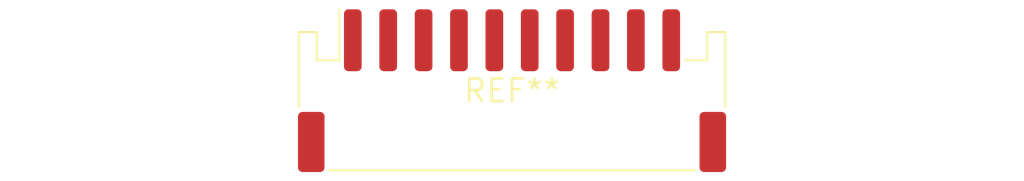
<source format=kicad_pcb>
(kicad_pcb (version 20240108) (generator pcbnew)
  (layers (0 "F.Cu" signal) (31 "B.Cu" signal) (34 "B.Paste" user) (35 "F.Paste" user) (36 "B.SilkS" user "B.Silkscreen") (37 "F.SilkS" user "F.Silkscreen") (38 "B.Mask" user) (39 "F.Mask" user) (44 "Edge.Cuts" user))
  (net 0 "")
  (footprint "JST_PH_S10B-PH-SM4-TB_1x10-1MP_P2.00mm_Horizontal" (layer "F.Cu") (at 0 0)
    (property "Reference" "REF**")
    (property "Value" "JST_PH_S10B-PH-SM4-TB_1x10-1MP_P2.00mm_Horizontal")
    (fp_line (start -12.06 -3.31) (end -11.04 -3.31) (layer "F.SilkS") (stroke (width 0.12)))
    (fp_line (start -12.06 0.94) (end -12.06 -3.31) (layer "F.SilkS") (stroke (width 0.12)))
    (fp_line (start -11.04 -3.31) (end -11.04 -1.71) (layer "F.SilkS") (stroke (width 0.12)))
    (fp_line (start -11.04 -1.71) (end -9.76 -1.71) (layer "F.SilkS") (stroke (width 0.12)))
    (fp_line (start -10.34 4.51) (end 10.34 4.51) (layer "F.SilkS") (stroke (width 0.12)))
    (fp_line (start -9.76 -1.71) (end -9.76 -4.6) (layer "F.SilkS") (stroke (width 0.12)))
    (fp_line (start 11.04 -3.31) (end 11.04 -1.71) (layer "F.SilkS") (stroke (width 0.12)))
    (fp_line (start 11.04 -1.71) (end 9.76 -1.71) (layer "F.SilkS") (stroke (width 0.12)))
    (fp_line (start 12.06 -3.31) (end 11.04 -3.31) (layer "F.SilkS") (stroke (width 0.12)))
    (fp_line (start 12.06 0.94) (end 12.06 -3.31) (layer "F.SilkS") (stroke (width 0.12)))
    (pad "1" smd roundrect (at -9 -2.85) (size 1 3.5) (layers "F.Cu" "F.Paste" "F.Mask"))
    (pad "2" smd roundrect (at -7 -2.85) (size 1 3.5) (layers "F.Cu" "F.Paste" "F.Mask"))
    (pad "3" smd roundrect (at -5 -2.85) (size 1 3.5) (layers "F.Cu" "F.Paste" "F.Mask"))
    (pad "4" smd roundrect (at -3 -2.85) (size 1 3.5) (layers "F.Cu" "F.Paste" "F.Mask"))
    (pad "5" smd roundrect (at -1 -2.85) (size 1 3.5) (layers "F.Cu" "F.Paste" "F.Mask"))
    (pad "6" smd roundrect (at 1 -2.85) (size 1 3.5) (layers "F.Cu" "F.Paste" "F.Mask"))
    (pad "7" smd roundrect (at 3 -2.85) (size 1 3.5) (layers "F.Cu" "F.Paste" "F.Mask"))
    (pad "8" smd roundrect (at 5 -2.85) (size 1 3.5) (layers "F.Cu" "F.Paste" "F.Mask"))
    (pad "9" smd roundrect (at 7 -2.85) (size 1 3.5) (layers "F.Cu" "F.Paste" "F.Mask"))
    (pad "10" smd roundrect (at 9 -2.85) (size 1 3.5) (layers "F.Cu" "F.Paste" "F.Mask"))
    (pad "MP" smd roundrect (at -11.35 2.9) (size 1.5 3.4) (layers "F.Cu" "F.Paste" "F.Mask") (roundrect_rratio 0.166667))
    (pad "MP" smd roundrect (at 11.35 2.9) (size 1.5 3.4) (layers "F.Cu" "F.Paste" "F.Mask") (roundrect_rratio 0.166667))
  )
)
</source>
